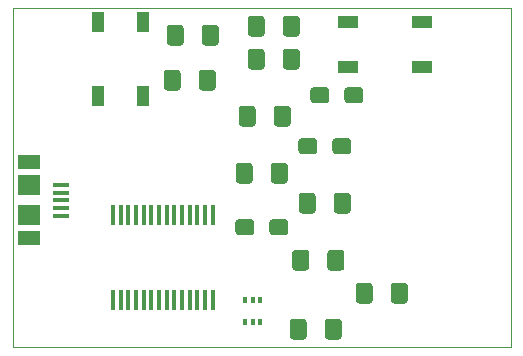
<source format=gbr>
G04 #@! TF.GenerationSoftware,KiCad,Pcbnew,5.1.10-88a1d61d58~88~ubuntu20.04.1*
G04 #@! TF.CreationDate,2021-05-19T21:03:50-06:00*
G04 #@! TF.ProjectId,ESP_Programmer,4553505f-5072-46f6-9772-616d6d65722e,rev?*
G04 #@! TF.SameCoordinates,Original*
G04 #@! TF.FileFunction,Paste,Top*
G04 #@! TF.FilePolarity,Positive*
%FSLAX46Y46*%
G04 Gerber Fmt 4.6, Leading zero omitted, Abs format (unit mm)*
G04 Created by KiCad (PCBNEW 5.1.10-88a1d61d58~88~ubuntu20.04.1) date 2021-05-19 21:03:50*
%MOMM*%
%LPD*%
G01*
G04 APERTURE LIST*
G04 #@! TA.AperFunction,Profile*
%ADD10C,0.050000*%
G04 #@! TD*
%ADD11R,0.450000X1.750000*%
%ADD12R,1.000001X1.699999*%
%ADD13R,1.699999X1.000001*%
%ADD14R,0.420000X0.600000*%
%ADD15R,0.100000X0.500000*%
%ADD16R,1.900000X1.260000*%
%ADD17R,1.900000X1.800000*%
%ADD18R,1.350000X0.400000*%
G04 APERTURE END LIST*
D10*
X184658000Y-116840000D02*
X195580000Y-116840000D01*
X184658000Y-88138000D02*
X184658000Y-116840000D01*
X184912000Y-88138000D02*
X184658000Y-88138000D01*
X226822000Y-88138000D02*
X184912000Y-88138000D01*
X226822000Y-116840000D02*
X226822000Y-88138000D01*
X226568000Y-116840000D02*
X226822000Y-116840000D01*
X195580000Y-116840000D02*
X226568000Y-116840000D01*
D11*
G04 #@! TO.C,U1*
X193133000Y-105620000D03*
X193783000Y-105620000D03*
X194433000Y-105620000D03*
X195083000Y-105620000D03*
X195733000Y-105620000D03*
X196383000Y-105620000D03*
X197033000Y-105620000D03*
X197683000Y-105620000D03*
X198333000Y-105620000D03*
X198983000Y-105620000D03*
X199633000Y-105620000D03*
X200283000Y-105620000D03*
X200933000Y-105620000D03*
X201583000Y-105620000D03*
X201583000Y-112820000D03*
X200933000Y-112820000D03*
X200283000Y-112820000D03*
X199633000Y-112820000D03*
X198983000Y-112820000D03*
X198333000Y-112820000D03*
X197683000Y-112820000D03*
X197033000Y-112820000D03*
X196383000Y-112820000D03*
X195733000Y-112820000D03*
X195083000Y-112820000D03*
X194433000Y-112820000D03*
X193783000Y-112820000D03*
X193133000Y-112820000D03*
G04 #@! TD*
D12*
G04 #@! TO.C,Flash*
X195702001Y-95605996D03*
X195702001Y-89305999D03*
X191902004Y-95605996D03*
X191902004Y-89305999D03*
G04 #@! TD*
D13*
G04 #@! TO.C,Reset*
X219303996Y-89285999D03*
X213003999Y-89285999D03*
X219303996Y-93085996D03*
X213003999Y-93085996D03*
G04 #@! TD*
G04 #@! TO.C,R4*
G36*
G01*
X206515000Y-102733000D02*
X206515000Y-101483000D01*
G75*
G02*
X206765000Y-101233000I250000J0D01*
G01*
X207690000Y-101233000D01*
G75*
G02*
X207940000Y-101483000I0J-250000D01*
G01*
X207940000Y-102733000D01*
G75*
G02*
X207690000Y-102983000I-250000J0D01*
G01*
X206765000Y-102983000D01*
G75*
G02*
X206515000Y-102733000I0J250000D01*
G01*
G37*
G36*
G01*
X203540000Y-102733000D02*
X203540000Y-101483000D01*
G75*
G02*
X203790000Y-101233000I250000J0D01*
G01*
X204715000Y-101233000D01*
G75*
G02*
X204965000Y-101483000I0J-250000D01*
G01*
X204965000Y-102733000D01*
G75*
G02*
X204715000Y-102983000I-250000J0D01*
G01*
X203790000Y-102983000D01*
G75*
G02*
X203540000Y-102733000I0J250000D01*
G01*
G37*
G04 #@! TD*
G04 #@! TO.C,R3*
G36*
G01*
X206769000Y-97907000D02*
X206769000Y-96657000D01*
G75*
G02*
X207019000Y-96407000I250000J0D01*
G01*
X207944000Y-96407000D01*
G75*
G02*
X208194000Y-96657000I0J-250000D01*
G01*
X208194000Y-97907000D01*
G75*
G02*
X207944000Y-98157000I-250000J0D01*
G01*
X207019000Y-98157000D01*
G75*
G02*
X206769000Y-97907000I0J250000D01*
G01*
G37*
G36*
G01*
X203794000Y-97907000D02*
X203794000Y-96657000D01*
G75*
G02*
X204044000Y-96407000I250000J0D01*
G01*
X204969000Y-96407000D01*
G75*
G02*
X205219000Y-96657000I0J-250000D01*
G01*
X205219000Y-97907000D01*
G75*
G02*
X204969000Y-98157000I-250000J0D01*
G01*
X204044000Y-98157000D01*
G75*
G02*
X203794000Y-97907000I0J250000D01*
G01*
G37*
G04 #@! TD*
G04 #@! TO.C,R2*
G36*
G01*
X215125000Y-111643000D02*
X215125000Y-112893000D01*
G75*
G02*
X214875000Y-113143000I-250000J0D01*
G01*
X213950000Y-113143000D01*
G75*
G02*
X213700000Y-112893000I0J250000D01*
G01*
X213700000Y-111643000D01*
G75*
G02*
X213950000Y-111393000I250000J0D01*
G01*
X214875000Y-111393000D01*
G75*
G02*
X215125000Y-111643000I0J-250000D01*
G01*
G37*
G36*
G01*
X218100000Y-111643000D02*
X218100000Y-112893000D01*
G75*
G02*
X217850000Y-113143000I-250000J0D01*
G01*
X216925000Y-113143000D01*
G75*
G02*
X216675000Y-112893000I0J250000D01*
G01*
X216675000Y-111643000D01*
G75*
G02*
X216925000Y-111393000I250000J0D01*
G01*
X217850000Y-111393000D01*
G75*
G02*
X218100000Y-111643000I0J-250000D01*
G01*
G37*
G04 #@! TD*
G04 #@! TO.C,R1*
G36*
G01*
X209537000Y-114691000D02*
X209537000Y-115941000D01*
G75*
G02*
X209287000Y-116191000I-250000J0D01*
G01*
X208362000Y-116191000D01*
G75*
G02*
X208112000Y-115941000I0J250000D01*
G01*
X208112000Y-114691000D01*
G75*
G02*
X208362000Y-114441000I250000J0D01*
G01*
X209287000Y-114441000D01*
G75*
G02*
X209537000Y-114691000I0J-250000D01*
G01*
G37*
G36*
G01*
X212512000Y-114691000D02*
X212512000Y-115941000D01*
G75*
G02*
X212262000Y-116191000I-250000J0D01*
G01*
X211337000Y-116191000D01*
G75*
G02*
X211087000Y-115941000I0J250000D01*
G01*
X211087000Y-114691000D01*
G75*
G02*
X211337000Y-114441000I250000J0D01*
G01*
X212262000Y-114441000D01*
G75*
G02*
X212512000Y-114691000I0J-250000D01*
G01*
G37*
G04 #@! TD*
D14*
G04 #@! TO.C,Q1*
X205628000Y-114742000D03*
X204978000Y-114742000D03*
X204328000Y-114742000D03*
X205628000Y-112842000D03*
X204978000Y-112842000D03*
X204328000Y-112842000D03*
G04 #@! TD*
D15*
G04 #@! TO.C,J1*
X186947000Y-108284000D03*
D16*
X186047000Y-107634000D03*
D17*
X186047000Y-103119000D03*
D18*
X188722000Y-105694000D03*
X188722000Y-105044000D03*
X188722000Y-104394000D03*
X188722000Y-103744000D03*
X188722000Y-103094000D03*
D17*
X186047000Y-105669000D03*
D15*
X185147000Y-108294000D03*
D16*
X186047000Y-101154000D03*
D15*
X186947000Y-100504000D03*
X185147000Y-100504000D03*
G04 #@! TD*
G04 #@! TO.C,TX*
G36*
G01*
X205981000Y-89037000D02*
X205981000Y-90287000D01*
G75*
G02*
X205731000Y-90537000I-250000J0D01*
G01*
X204806000Y-90537000D01*
G75*
G02*
X204556000Y-90287000I0J250000D01*
G01*
X204556000Y-89037000D01*
G75*
G02*
X204806000Y-88787000I250000J0D01*
G01*
X205731000Y-88787000D01*
G75*
G02*
X205981000Y-89037000I0J-250000D01*
G01*
G37*
G36*
G01*
X208956000Y-89037000D02*
X208956000Y-90287000D01*
G75*
G02*
X208706000Y-90537000I-250000J0D01*
G01*
X207781000Y-90537000D01*
G75*
G02*
X207531000Y-90287000I0J250000D01*
G01*
X207531000Y-89037000D01*
G75*
G02*
X207781000Y-88787000I250000J0D01*
G01*
X208706000Y-88787000D01*
G75*
G02*
X208956000Y-89037000I0J-250000D01*
G01*
G37*
G04 #@! TD*
G04 #@! TO.C,RX*
G36*
G01*
X205981000Y-91831000D02*
X205981000Y-93081000D01*
G75*
G02*
X205731000Y-93331000I-250000J0D01*
G01*
X204806000Y-93331000D01*
G75*
G02*
X204556000Y-93081000I0J250000D01*
G01*
X204556000Y-91831000D01*
G75*
G02*
X204806000Y-91581000I250000J0D01*
G01*
X205731000Y-91581000D01*
G75*
G02*
X205981000Y-91831000I0J-250000D01*
G01*
G37*
G36*
G01*
X208956000Y-91831000D02*
X208956000Y-93081000D01*
G75*
G02*
X208706000Y-93331000I-250000J0D01*
G01*
X207781000Y-93331000D01*
G75*
G02*
X207531000Y-93081000I0J250000D01*
G01*
X207531000Y-91831000D01*
G75*
G02*
X207781000Y-91581000I250000J0D01*
G01*
X208706000Y-91581000D01*
G75*
G02*
X208956000Y-91831000I0J-250000D01*
G01*
G37*
G04 #@! TD*
G04 #@! TO.C,C7*
G36*
G01*
X211304500Y-110099000D02*
X211304500Y-108849000D01*
G75*
G02*
X211554500Y-108599000I250000J0D01*
G01*
X212479500Y-108599000D01*
G75*
G02*
X212729500Y-108849000I0J-250000D01*
G01*
X212729500Y-110099000D01*
G75*
G02*
X212479500Y-110349000I-250000J0D01*
G01*
X211554500Y-110349000D01*
G75*
G02*
X211304500Y-110099000I0J250000D01*
G01*
G37*
G36*
G01*
X208329500Y-110099000D02*
X208329500Y-108849000D01*
G75*
G02*
X208579500Y-108599000I250000J0D01*
G01*
X209504500Y-108599000D01*
G75*
G02*
X209754500Y-108849000I0J-250000D01*
G01*
X209754500Y-110099000D01*
G75*
G02*
X209504500Y-110349000I-250000J0D01*
G01*
X208579500Y-110349000D01*
G75*
G02*
X208329500Y-110099000I0J250000D01*
G01*
G37*
G04 #@! TD*
G04 #@! TO.C,C6*
G36*
G01*
X206390000Y-107105001D02*
X206390000Y-106254999D01*
G75*
G02*
X206639999Y-106005000I249999J0D01*
G01*
X207715001Y-106005000D01*
G75*
G02*
X207965000Y-106254999I0J-249999D01*
G01*
X207965000Y-107105001D01*
G75*
G02*
X207715001Y-107355000I-249999J0D01*
G01*
X206639999Y-107355000D01*
G75*
G02*
X206390000Y-107105001I0J249999D01*
G01*
G37*
G36*
G01*
X203515000Y-107105001D02*
X203515000Y-106254999D01*
G75*
G02*
X203764999Y-106005000I249999J0D01*
G01*
X204840001Y-106005000D01*
G75*
G02*
X205090000Y-106254999I0J-249999D01*
G01*
X205090000Y-107105001D01*
G75*
G02*
X204840001Y-107355000I-249999J0D01*
G01*
X203764999Y-107355000D01*
G75*
G02*
X203515000Y-107105001I0J249999D01*
G01*
G37*
G04 #@! TD*
G04 #@! TO.C,C5*
G36*
G01*
X211849000Y-105273000D02*
X211849000Y-104023000D01*
G75*
G02*
X212099000Y-103773000I250000J0D01*
G01*
X213024000Y-103773000D01*
G75*
G02*
X213274000Y-104023000I0J-250000D01*
G01*
X213274000Y-105273000D01*
G75*
G02*
X213024000Y-105523000I-250000J0D01*
G01*
X212099000Y-105523000D01*
G75*
G02*
X211849000Y-105273000I0J250000D01*
G01*
G37*
G36*
G01*
X208874000Y-105273000D02*
X208874000Y-104023000D01*
G75*
G02*
X209124000Y-103773000I250000J0D01*
G01*
X210049000Y-103773000D01*
G75*
G02*
X210299000Y-104023000I0J-250000D01*
G01*
X210299000Y-105273000D01*
G75*
G02*
X210049000Y-105523000I-250000J0D01*
G01*
X209124000Y-105523000D01*
G75*
G02*
X208874000Y-105273000I0J250000D01*
G01*
G37*
G04 #@! TD*
G04 #@! TO.C,C4*
G36*
G01*
X211724000Y-100247001D02*
X211724000Y-99396999D01*
G75*
G02*
X211973999Y-99147000I249999J0D01*
G01*
X213049001Y-99147000D01*
G75*
G02*
X213299000Y-99396999I0J-249999D01*
G01*
X213299000Y-100247001D01*
G75*
G02*
X213049001Y-100497000I-249999J0D01*
G01*
X211973999Y-100497000D01*
G75*
G02*
X211724000Y-100247001I0J249999D01*
G01*
G37*
G36*
G01*
X208849000Y-100247001D02*
X208849000Y-99396999D01*
G75*
G02*
X209098999Y-99147000I249999J0D01*
G01*
X210174001Y-99147000D01*
G75*
G02*
X210424000Y-99396999I0J-249999D01*
G01*
X210424000Y-100247001D01*
G75*
G02*
X210174001Y-100497000I-249999J0D01*
G01*
X209098999Y-100497000D01*
G75*
G02*
X208849000Y-100247001I0J249999D01*
G01*
G37*
G04 #@! TD*
G04 #@! TO.C,C3*
G36*
G01*
X200419000Y-94859000D02*
X200419000Y-93609000D01*
G75*
G02*
X200669000Y-93359000I250000J0D01*
G01*
X201594000Y-93359000D01*
G75*
G02*
X201844000Y-93609000I0J-250000D01*
G01*
X201844000Y-94859000D01*
G75*
G02*
X201594000Y-95109000I-250000J0D01*
G01*
X200669000Y-95109000D01*
G75*
G02*
X200419000Y-94859000I0J250000D01*
G01*
G37*
G36*
G01*
X197444000Y-94859000D02*
X197444000Y-93609000D01*
G75*
G02*
X197694000Y-93359000I250000J0D01*
G01*
X198619000Y-93359000D01*
G75*
G02*
X198869000Y-93609000I0J-250000D01*
G01*
X198869000Y-94859000D01*
G75*
G02*
X198619000Y-95109000I-250000J0D01*
G01*
X197694000Y-95109000D01*
G75*
G02*
X197444000Y-94859000I0J250000D01*
G01*
G37*
G04 #@! TD*
G04 #@! TO.C,C2*
G36*
G01*
X199123000Y-89799000D02*
X199123000Y-91049000D01*
G75*
G02*
X198873000Y-91299000I-250000J0D01*
G01*
X197948000Y-91299000D01*
G75*
G02*
X197698000Y-91049000I0J250000D01*
G01*
X197698000Y-89799000D01*
G75*
G02*
X197948000Y-89549000I250000J0D01*
G01*
X198873000Y-89549000D01*
G75*
G02*
X199123000Y-89799000I0J-250000D01*
G01*
G37*
G36*
G01*
X202098000Y-89799000D02*
X202098000Y-91049000D01*
G75*
G02*
X201848000Y-91299000I-250000J0D01*
G01*
X200923000Y-91299000D01*
G75*
G02*
X200673000Y-91049000I0J250000D01*
G01*
X200673000Y-89799000D01*
G75*
G02*
X200923000Y-89549000I250000J0D01*
G01*
X201848000Y-89549000D01*
G75*
G02*
X202098000Y-89799000I0J-250000D01*
G01*
G37*
G04 #@! TD*
G04 #@! TO.C,C1*
G36*
G01*
X212740000Y-95929001D02*
X212740000Y-95078999D01*
G75*
G02*
X212989999Y-94829000I249999J0D01*
G01*
X214065001Y-94829000D01*
G75*
G02*
X214315000Y-95078999I0J-249999D01*
G01*
X214315000Y-95929001D01*
G75*
G02*
X214065001Y-96179000I-249999J0D01*
G01*
X212989999Y-96179000D01*
G75*
G02*
X212740000Y-95929001I0J249999D01*
G01*
G37*
G36*
G01*
X209865000Y-95929001D02*
X209865000Y-95078999D01*
G75*
G02*
X210114999Y-94829000I249999J0D01*
G01*
X211190001Y-94829000D01*
G75*
G02*
X211440000Y-95078999I0J-249999D01*
G01*
X211440000Y-95929001D01*
G75*
G02*
X211190001Y-96179000I-249999J0D01*
G01*
X210114999Y-96179000D01*
G75*
G02*
X209865000Y-95929001I0J249999D01*
G01*
G37*
G04 #@! TD*
M02*

</source>
